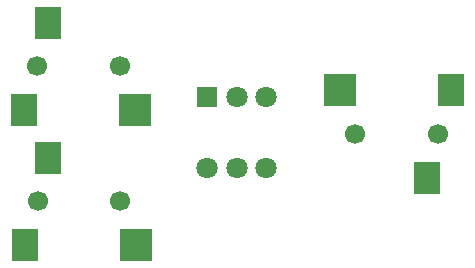
<source format=gbr>
%TF.GenerationSoftware,KiCad,Pcbnew,8.0.8*%
%TF.CreationDate,2025-03-16T01:19:43+08:00*%
%TF.ProjectId,TwoWayAudioSwitch-V1,54776f57-6179-4417-9564-696f53776974,rev?*%
%TF.SameCoordinates,Original*%
%TF.FileFunction,Soldermask,Top*%
%TF.FilePolarity,Negative*%
%FSLAX46Y46*%
G04 Gerber Fmt 4.6, Leading zero omitted, Abs format (unit mm)*
G04 Created by KiCad (PCBNEW 8.0.8) date 2025-03-16 01:19:43*
%MOMM*%
%LPD*%
G01*
G04 APERTURE LIST*
%ADD10R,1.800000X1.800000*%
%ADD11C,1.800000*%
%ADD12R,2.800000X2.800000*%
%ADD13R,2.200000X2.800000*%
%ADD14C,1.700000*%
G04 APERTURE END LIST*
D10*
%TO.C,SW2*%
X128172200Y-72136000D03*
D11*
X130672200Y-72136000D03*
X133172200Y-72136000D03*
X128172200Y-78136000D03*
X130672200Y-78136000D03*
X133172200Y-78136000D03*
%TD*%
D12*
%TO.C,J3*%
X139411800Y-71585600D03*
D13*
X148811800Y-71585600D03*
X146811800Y-78985600D03*
D14*
X140711800Y-75285600D03*
X147711800Y-75285600D03*
%TD*%
D12*
%TO.C,J2*%
X122127800Y-84700600D03*
D13*
X112727800Y-84700600D03*
X114727800Y-77300600D03*
D14*
X120827800Y-81000600D03*
X113827800Y-81000600D03*
%TD*%
D12*
%TO.C,J1*%
X122097800Y-73279000D03*
D13*
X112697800Y-73279000D03*
X114697800Y-65879000D03*
D14*
X120797800Y-69579000D03*
X113797800Y-69579000D03*
%TD*%
M02*

</source>
